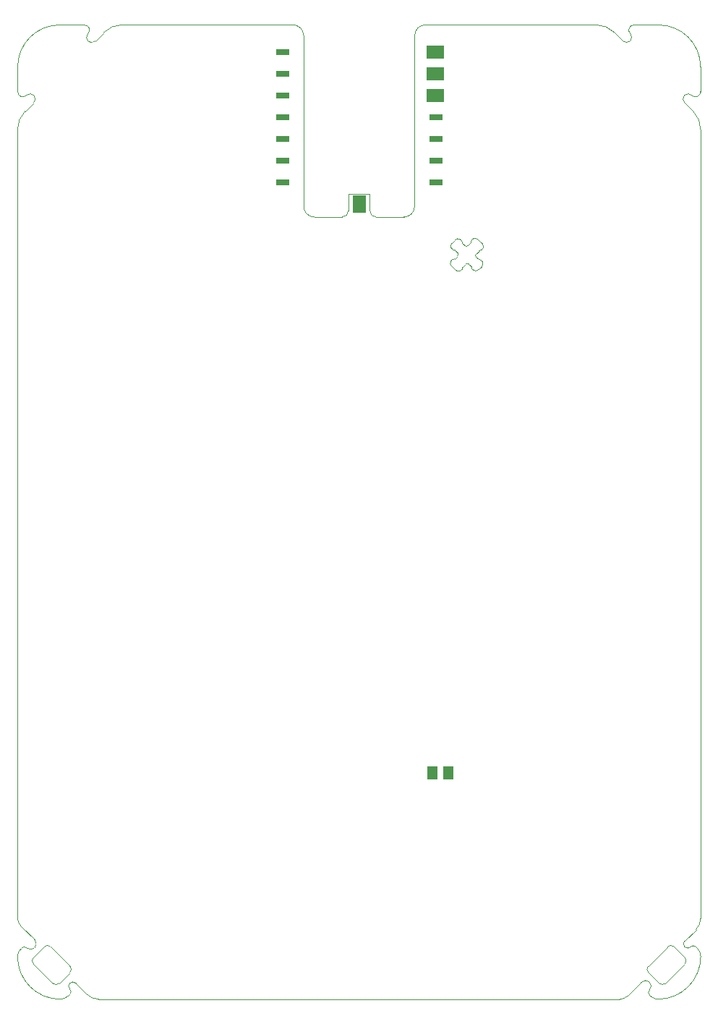
<source format=gtp>
G04*
G04 #@! TF.GenerationSoftware,Altium Limited,Altium Designer,24.7.2 (38)*
G04*
G04 Layer_Color=8421504*
%FSLAX25Y25*%
%MOIN*%
G70*
G04*
G04 #@! TF.SameCoordinates,4FB6B1DA-FF44-45C5-9F46-3DC55F4CF08E*
G04*
G04*
G04 #@! TF.FilePolarity,Positive*
G04*
G01*
G75*
%ADD18C,0.00394*%
%ADD19R,0.05118X0.05906*%
%ADD20R,0.05906X0.03150*%
%ADD21R,0.07874X0.05906*%
%ADD22R,0.05906X0.07874*%
D18*
X393701Y400512D02*
G03*
X390165Y409047I-12071J0D01*
G01*
X353929Y445283D02*
G03*
X345394Y448819I-8535J-8535D01*
G01*
X389580Y416336D02*
G03*
X386228Y412984I-1676J-1676D01*
G01*
X389580Y416336D02*
G03*
X393626Y418012I1676J1676D01*
G01*
X362894Y448744D02*
G03*
X361218Y444698I0J-2370D01*
G01*
X357866Y441346D02*
G03*
X361218Y444698I1676J1676D01*
G01*
X393626Y429419D02*
G03*
X374301Y448744I-19325J0D01*
G01*
X98140D02*
G03*
X78815Y429419I0J-19325D01*
G01*
X111223Y444698D02*
G03*
X114575Y441346I1676J-1676D01*
G01*
X111223Y444698D02*
G03*
X109547Y448744I-1676J1676D01*
G01*
X78815Y418012D02*
G03*
X82861Y416336I2370J0D01*
G01*
X86213Y412984D02*
G03*
X82861Y416336I-1676J1676D01*
G01*
X127047Y448819D02*
G03*
X118512Y445283I0J-12071D01*
G01*
X82276Y409047D02*
G03*
X78740Y400512I8535J-8535D01*
G01*
X280256Y341006D02*
G03*
X278845Y337646I-19J-1968D01*
G01*
X279054Y348294D02*
G03*
X280465Y344934I1392J-1392D01*
G01*
X281629Y342378D02*
G03*
X281629Y343770I-696J696D01*
G01*
X283806Y348276D02*
G03*
X280446Y349686I-1968J19D01*
G01*
X280655Y335836D02*
G03*
X284015Y337247I1392J1392D01*
G01*
X284970Y347111D02*
G03*
X286362Y347111I696J696D01*
G01*
X286779Y338620D02*
G03*
X285387Y338620I-696J-696D01*
G01*
X291094Y349895D02*
G03*
X287734Y348484I-1392J-1392D01*
G01*
X287943Y337456D02*
G03*
X291303Y336045I1968J-19D01*
G01*
X290120Y343353D02*
G03*
X290120Y341961I696J-696D01*
G01*
X292695Y337437D02*
G03*
X291285Y340797I-1392J1392D01*
G01*
X291493Y344725D02*
G03*
X292904Y348085I19J1968D01*
G01*
X241142Y363189D02*
G03*
X244094Y360236I2953J0D01*
G01*
X228346D02*
G03*
X231299Y363189I0J2953D01*
G01*
X110807Y2210D02*
G03*
X116142Y0I5335J5335D01*
G01*
X105692Y7325D02*
G03*
X102911Y4544I-1460J-1320D01*
G01*
X95065Y7298D02*
G03*
X97849Y7298I1392J1392D01*
G01*
X102939Y12388D02*
G03*
X102939Y15171I-1392J1392D01*
G01*
X82784Y23718D02*
G03*
X80709Y23622I-989J-1085D01*
G01*
X98425Y-0D02*
G03*
X102032Y1494I0J5101D01*
G01*
X86038Y19109D02*
G03*
X86038Y16325I1392J-1392D01*
G01*
X82784Y23718D02*
G03*
X86518Y27453I1961J1773D01*
G01*
X93912Y24199D02*
G03*
X91128Y24199I-1392J-1392D01*
G01*
X103008Y2469D02*
G03*
X102911Y4544I-1085J989D01*
G01*
X80132Y23045D02*
G03*
X78740Y19685I3360J-3360D01*
G01*
X78740Y37402D02*
G03*
X80275Y33695I5241J0D01*
G01*
X78740Y19685D02*
G03*
X98425Y0I19685J0D01*
G01*
X391491Y32067D02*
G03*
X393701Y37402I-5335J5335D01*
G01*
X386376Y26952D02*
G03*
X389156Y24171I1320J-1460D01*
G01*
X386403Y16325D02*
G03*
X386403Y19108I-1392J1392D01*
G01*
X381313Y24199D02*
G03*
X378529Y24199I-1392J-1392D01*
G01*
X369983Y4043D02*
G03*
X370079Y1969I1085J-989D01*
G01*
X393701Y19685D02*
G03*
X392207Y23292I-5101J0D01*
G01*
X374592Y7298D02*
G03*
X377376Y7298I1392J1392D01*
G01*
X369983Y4043D02*
G03*
X366248Y7778I-1773J1961D01*
G01*
X369502Y15171D02*
G03*
X369502Y12388I1392J-1392D01*
G01*
X391231Y24268D02*
G03*
X389156Y24171I-989J-1085D01*
G01*
X370655Y1392D02*
G03*
X374016Y0I3360J3360D01*
G01*
X356299Y0D02*
G03*
X360005Y1535I0J5241D01*
G01*
X374016Y0D02*
G03*
X393701Y19685I0J19685D01*
G01*
X266811Y448819D02*
G03*
X261811Y443819I0J-5000D01*
G01*
X256811Y360236D02*
G03*
X261811Y365236I0J5000D01*
G01*
X210630D02*
G03*
X215630Y360236I5000J0D01*
G01*
X210630Y443819D02*
G03*
X205630Y448819I-5000J0D01*
G01*
X266811D02*
X345394D01*
X386228Y412984D02*
X390165Y409047D01*
X353929Y445283D02*
X357866Y441346D01*
X362894Y448744D02*
X374301D01*
X393626Y418012D02*
Y429419D01*
X78815Y418012D02*
Y429419D01*
X98140Y448744D02*
X109547D01*
X114575Y441346D02*
X118512Y445283D01*
X82276Y409047D02*
X86213Y412984D01*
X278845Y337646D02*
X279750Y336741D01*
X279124Y348364D02*
X279750Y348990D01*
X280376Y349617D01*
X279750Y336741D02*
X280655Y335836D01*
X280256Y341006D02*
X281629Y342378D01*
X280465Y344934D02*
X281629Y343770D01*
X283806Y348275D02*
X284970Y347111D01*
X284015Y337247D02*
X285387Y338620D01*
X286362Y347111D02*
X287735Y348484D01*
X286779Y338620D02*
X287943Y337456D01*
X290120Y341961D02*
X291284Y340797D01*
X290120Y343353D02*
X291493Y344726D01*
X291094Y349895D02*
X291999Y348990D01*
X291373Y336115D02*
X291999Y336741D01*
X292625Y337368D01*
X291999Y348990D02*
X292904Y348085D01*
X231299Y371063D02*
X241142D01*
X244094Y360236D02*
X256890D01*
X241142Y363189D02*
Y371063D01*
X231299Y363189D02*
Y371063D01*
X215630Y360236D02*
X228346D01*
X102032Y1494D02*
X103008Y2469D01*
X80132Y23045D02*
X80709Y23622D01*
X105692Y7325D02*
X110807Y2210D01*
X97849Y7298D02*
X102939Y12388D01*
X86029Y16333D02*
X95065Y7298D01*
X80275Y33695D02*
X86518Y27453D01*
X86029Y19100D02*
X91137Y24207D01*
X93903Y24207D02*
X102939Y15171D01*
X391231Y24268D02*
X392207Y23292D01*
X370079Y1969D02*
X370655Y1392D01*
X386376Y26952D02*
X391491Y32067D01*
X381313Y24199D02*
X386403Y19108D01*
X377367Y7289D02*
X386403Y16325D01*
X360005Y1535D02*
X366248Y7778D01*
X369493Y12397D02*
X374601Y7289D01*
X369493Y15163D02*
X378529Y24199D01*
X127047Y448819D02*
X204724Y448819D01*
X261811Y365236D02*
Y443819D01*
X210630Y365236D02*
Y366142D01*
Y443819D01*
X204724Y448819D02*
X205630D01*
X116142Y0D02*
X356299Y0D01*
X393701Y400512D02*
X393701Y37402D01*
X78740Y400512D02*
X78740Y37402D01*
D19*
X269882Y104331D02*
D03*
X277362D02*
D03*
D20*
X200827Y436142D02*
D03*
X271614Y376142D02*
D03*
Y386142D02*
D03*
Y396142D02*
D03*
Y406142D02*
D03*
X200827Y426142D02*
D03*
Y416142D02*
D03*
Y406142D02*
D03*
Y396142D02*
D03*
Y386142D02*
D03*
Y376142D02*
D03*
D21*
X271220Y416142D02*
D03*
Y426142D02*
D03*
Y436142D02*
D03*
D22*
X236221Y366142D02*
D03*
M02*

</source>
